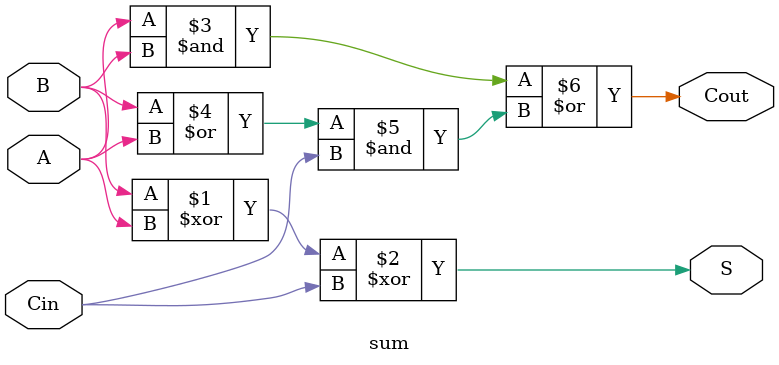
<source format=v>
/*
 * Generated by Digital. Don't modify this file!
 * Any changes will be lost if this file is regenerated.
 */

module sum (
  input B,
  input A,
  input Cin,
  output Cout,
  output S
);
  assign S = ((B ^ A) ^ Cin);
  assign Cout = ((A & B) | ((B | A) & Cin));
endmodule

</source>
